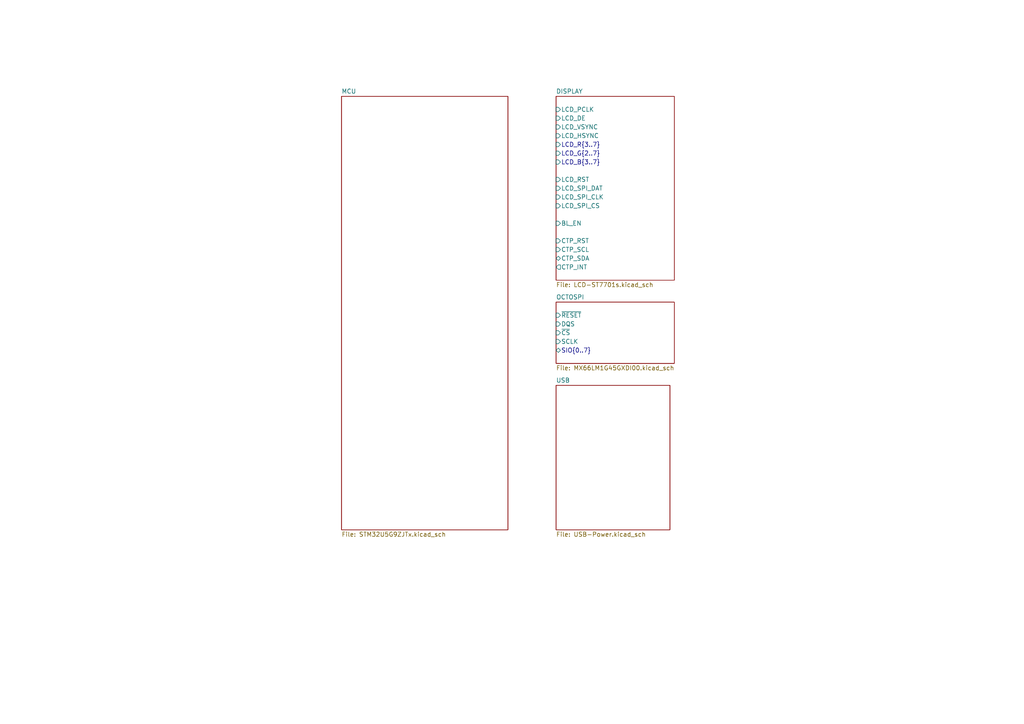
<source format=kicad_sch>
(kicad_sch
	(version 20250114)
	(generator "eeschema")
	(generator_version "9.0")
	(uuid "439b205a-84a5-4f71-9e86-c11126d8e75a")
	(paper "A4")
	(lib_symbols)
	(sheet
		(at 161.29 111.76)
		(size 33.02 41.91)
		(exclude_from_sim no)
		(in_bom yes)
		(on_board yes)
		(dnp no)
		(fields_autoplaced yes)
		(stroke
			(width 0.1524)
			(type solid)
		)
		(fill
			(color 0 0 0 0.0000)
		)
		(uuid "29f38a54-1de1-4072-8da2-38b5cdc8846d")
		(property "Sheetname" "USB"
			(at 161.29 111.0484 0)
			(effects
				(font
					(size 1.27 1.27)
				)
				(justify left bottom)
			)
		)
		(property "Sheetfile" "USB-Power.kicad_sch"
			(at 161.29 154.2546 0)
			(effects
				(font
					(size 1.27 1.27)
				)
				(justify left top)
			)
		)
		(instances
			(project "chroma-pixel-u5g9"
				(path "/439b205a-84a5-4f71-9e86-c11126d8e75a"
					(page "5")
				)
			)
		)
	)
	(sheet
		(at 99.06 27.94)
		(size 48.26 125.73)
		(exclude_from_sim no)
		(in_bom yes)
		(on_board yes)
		(dnp no)
		(fields_autoplaced yes)
		(stroke
			(width 0.1524)
			(type solid)
		)
		(fill
			(color 0 0 0 0.0000)
		)
		(uuid "3d2034e8-001f-4c2d-8289-7d7628fc9507")
		(property "Sheetname" "MCU"
			(at 99.06 27.2284 0)
			(effects
				(font
					(size 1.27 1.27)
				)
				(justify left bottom)
			)
		)
		(property "Sheetfile" "STM32U5G9ZJTx.kicad_sch"
			(at 99.06 154.2546 0)
			(effects
				(font
					(size 1.27 1.27)
				)
				(justify left top)
			)
		)
		(instances
			(project "chroma-pixel-u5g9"
				(path "/439b205a-84a5-4f71-9e86-c11126d8e75a"
					(page "2")
				)
			)
		)
	)
	(sheet
		(at 161.29 27.94)
		(size 34.29 53.34)
		(exclude_from_sim no)
		(in_bom yes)
		(on_board yes)
		(dnp no)
		(fields_autoplaced yes)
		(stroke
			(width 0.1524)
			(type solid)
		)
		(fill
			(color 0 0 0 0.0000)
		)
		(uuid "931eed87-93da-4ed9-8301-4d9782c518b2")
		(property "Sheetname" "DISPLAY"
			(at 161.29 27.2284 0)
			(effects
				(font
					(size 1.27 1.27)
				)
				(justify left bottom)
			)
		)
		(property "Sheetfile" "LCD-ST7701s.kicad_sch"
			(at 161.29 81.8646 0)
			(effects
				(font
					(size 1.27 1.27)
				)
				(justify left top)
			)
		)
		(pin "BL_EN" input
			(at 161.29 64.77 180)
			(uuid "d14b4290-b12f-47e3-ab03-b26f4f841679")
			(effects
				(font
					(size 1.27 1.27)
				)
				(justify left)
			)
		)
		(pin "CTP_SCL" input
			(at 161.29 72.39 180)
			(uuid "802818f1-ab88-4513-ac5f-22fd242316d4")
			(effects
				(font
					(size 1.27 1.27)
				)
				(justify left)
			)
		)
		(pin "CTP_RST" input
			(at 161.29 69.85 180)
			(uuid "74b87fb9-cd69-418f-9dba-c4660c63f411")
			(effects
				(font
					(size 1.27 1.27)
				)
				(justify left)
			)
		)
		(pin "LCD_RST" input
			(at 161.29 52.07 180)
			(uuid "381d372d-f365-42e8-8d28-31a49e6d9339")
			(effects
				(font
					(size 1.27 1.27)
				)
				(justify left)
			)
		)
		(pin "LCD_R{3..7}" input
			(at 161.29 41.91 180)
			(uuid "5fabdcca-68f4-4f0d-a15a-6d040b86d4c6")
			(effects
				(font
					(size 1.27 1.27)
				)
				(justify left)
			)
		)
		(pin "CTP_SDA" bidirectional
			(at 161.29 74.93 180)
			(uuid "2ae03fa5-a43c-4d9a-b158-1544d495f41d")
			(effects
				(font
					(size 1.27 1.27)
				)
				(justify left)
			)
		)
		(pin "LCD_SPI_DAT" input
			(at 161.29 54.61 180)
			(uuid "e64d5b26-d8be-4a42-aeae-732706b97176")
			(effects
				(font
					(size 1.27 1.27)
				)
				(justify left)
			)
		)
		(pin "LCD_SPI_CLK" input
			(at 161.29 57.15 180)
			(uuid "adb32687-e0d2-48d3-bddb-51712ae8c9cb")
			(effects
				(font
					(size 1.27 1.27)
				)
				(justify left)
			)
		)
		(pin "LCD_HSYNC" input
			(at 161.29 39.37 180)
			(uuid "0dfa546d-7c0e-430c-afa4-19630afbeccd")
			(effects
				(font
					(size 1.27 1.27)
				)
				(justify left)
			)
		)
		(pin "LCD_VSYNC" input
			(at 161.29 36.83 180)
			(uuid "30872933-ea72-46fc-8ae0-233737fc5f14")
			(effects
				(font
					(size 1.27 1.27)
				)
				(justify left)
			)
		)
		(pin "LCD_SPI_CS" input
			(at 161.29 59.69 180)
			(uuid "4e9c4d4e-957c-47de-bca1-c05b7adbef39")
			(effects
				(font
					(size 1.27 1.27)
				)
				(justify left)
			)
		)
		(pin "LCD_DE" input
			(at 161.29 34.29 180)
			(uuid "7a1873ca-8e95-42dd-9717-1189c52e99d9")
			(effects
				(font
					(size 1.27 1.27)
				)
				(justify left)
			)
		)
		(pin "LCD_PCLK" input
			(at 161.29 31.75 180)
			(uuid "a02a2d2f-58e2-402a-8aa9-8bd82fb6c285")
			(effects
				(font
					(size 1.27 1.27)
				)
				(justify left)
			)
		)
		(pin "CTP_INT" output
			(at 161.29 77.47 180)
			(uuid "4d9b676d-73a8-4a34-a29f-983d70222976")
			(effects
				(font
					(size 1.27 1.27)
				)
				(justify left)
			)
		)
		(pin "LCD_G{2..7}" input
			(at 161.29 44.45 180)
			(uuid "fb918af3-a74d-4e13-b308-dd2da42a3ee7")
			(effects
				(font
					(size 1.27 1.27)
				)
				(justify left)
			)
		)
		(pin "LCD_B{3..7}" input
			(at 161.29 46.99 180)
			(uuid "97462b3c-92c6-4171-b524-b16f71bdf299")
			(effects
				(font
					(size 1.27 1.27)
				)
				(justify left)
			)
		)
		(instances
			(project "chroma-pixel-u5g9"
				(path "/439b205a-84a5-4f71-9e86-c11126d8e75a"
					(page "4")
				)
			)
		)
	)
	(sheet
		(at 161.29 87.63)
		(size 34.29 17.78)
		(exclude_from_sim no)
		(in_bom yes)
		(on_board yes)
		(dnp no)
		(fields_autoplaced yes)
		(stroke
			(width 0.1524)
			(type solid)
		)
		(fill
			(color 0 0 0 0.0000)
		)
		(uuid "dfae88b6-bcc7-4f5d-bdae-11de35998c3e")
		(property "Sheetname" "OCTOSPI"
			(at 161.29 86.9184 0)
			(effects
				(font
					(size 1.27 1.27)
				)
				(justify left bottom)
			)
		)
		(property "Sheetfile" "MX66LM1G45GXDI00.kicad_sch"
			(at 161.29 105.9946 0)
			(effects
				(font
					(size 1.27 1.27)
				)
				(justify left top)
			)
		)
		(pin "~{RESET}" input
			(at 161.29 91.44 180)
			(uuid "1ee7a4b3-f47d-4f3b-847d-c77f2ace73a6")
			(effects
				(font
					(size 1.27 1.27)
				)
				(justify left)
			)
		)
		(pin "~{CS}" input
			(at 161.29 96.52 180)
			(uuid "8769aa49-463b-482b-b6e7-288df8ddb8bf")
			(effects
				(font
					(size 1.27 1.27)
				)
				(justify left)
			)
		)
		(pin "SCLK" input
			(at 161.29 99.06 180)
			(uuid "04487f1c-a068-4667-875c-81b2022521d7")
			(effects
				(font
					(size 1.27 1.27)
				)
				(justify left)
			)
		)
		(pin "SIO{0..7}" bidirectional
			(at 161.29 101.6 180)
			(uuid "af14b2be-f4d0-4e6d-a656-acf627c1f676")
			(effects
				(font
					(size 1.27 1.27)
				)
				(justify left)
			)
		)
		(pin "DQS" input
			(at 161.29 93.98 180)
			(uuid "bc9ee0d9-978f-4c69-9936-25ad290eaf44")
			(effects
				(font
					(size 1.27 1.27)
				)
				(justify left)
			)
		)
		(instances
			(project "chroma-pixel-u5g9"
				(path "/439b205a-84a5-4f71-9e86-c11126d8e75a"
					(page "3")
				)
			)
		)
	)
	(sheet_instances
		(path "/"
			(page "1")
		)
	)
	(embedded_fonts no)
)

</source>
